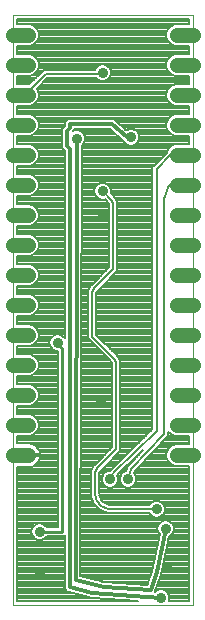
<source format=gbl>
G75*
%MOIN*%
%OFA0B0*%
%FSLAX24Y24*%
%IPPOS*%
%LPD*%
%AMOC8*
5,1,8,0,0,1.08239X$1,22.5*
%
%ADD10C,0.0000*%
%ADD11C,0.0515*%
%ADD12C,0.0356*%
%ADD13C,0.0080*%
%ADD14C,0.0120*%
%ADD15C,0.0100*%
D10*
X000505Y005297D02*
X000505Y024982D01*
X006525Y024982D01*
X006525Y005297D01*
X000505Y005297D01*
D11*
X000505Y010297D02*
X001020Y010297D01*
X001020Y011297D02*
X000505Y011297D01*
X000505Y012297D02*
X001020Y012297D01*
X001020Y013297D02*
X000505Y013297D01*
X000505Y014297D02*
X001020Y014297D01*
X001020Y015297D02*
X000505Y015297D01*
X000505Y016297D02*
X001020Y016297D01*
X001020Y017297D02*
X000505Y017297D01*
X000505Y018297D02*
X001020Y018297D01*
X001020Y019297D02*
X000505Y019297D01*
X000505Y020297D02*
X001020Y020297D01*
X001020Y021297D02*
X000505Y021297D01*
X000505Y022297D02*
X001020Y022297D01*
X001020Y023297D02*
X000505Y023297D01*
X000505Y024297D02*
X001020Y024297D01*
X005990Y024297D02*
X006505Y024297D01*
X006505Y023297D02*
X005990Y023297D01*
X005990Y022297D02*
X006505Y022297D01*
X006505Y021297D02*
X005990Y021297D01*
X005990Y020297D02*
X006505Y020297D01*
X006505Y019297D02*
X005990Y019297D01*
X005990Y018297D02*
X006505Y018297D01*
X006505Y017297D02*
X005990Y017297D01*
X005990Y016297D02*
X006505Y016297D01*
X006505Y015297D02*
X005990Y015297D01*
X005990Y014297D02*
X006505Y014297D01*
X006505Y013297D02*
X005990Y013297D01*
X005990Y012297D02*
X006505Y012297D01*
X006505Y011297D02*
X005990Y011297D01*
X005990Y010297D02*
X006505Y010297D01*
D12*
X005605Y007847D03*
X005305Y008497D03*
X005655Y006547D03*
X005455Y005547D03*
X004355Y009497D03*
X003755Y009497D03*
X003455Y012047D03*
X002005Y014047D03*
X003505Y018297D03*
X003505Y019097D03*
X002655Y020847D03*
X003505Y023047D03*
X004455Y020897D03*
X001405Y007747D03*
X001405Y006397D03*
D13*
X001355Y006397D01*
X001350Y007469D02*
X001247Y007511D01*
X001169Y007590D01*
X001127Y007692D01*
X001127Y007802D01*
X001169Y007905D01*
X001247Y007983D01*
X001350Y008025D01*
X001460Y008025D01*
X001563Y007983D01*
X001641Y007905D01*
X001644Y007897D01*
X002005Y007897D01*
X002005Y013769D01*
X001950Y013769D01*
X001847Y013811D01*
X001769Y013890D01*
X001727Y013992D01*
X001727Y014102D01*
X001769Y014205D01*
X001847Y014283D01*
X001950Y014325D01*
X002060Y014325D01*
X002163Y014283D01*
X002241Y014205D01*
X002245Y014194D01*
X002245Y020431D01*
X002239Y020437D01*
X002145Y020531D01*
X002145Y021163D01*
X002245Y021263D01*
X002245Y021413D01*
X002339Y021507D01*
X003801Y021507D01*
X003863Y021510D01*
X003866Y021507D01*
X003871Y021507D01*
X003915Y021463D01*
X004290Y021126D01*
X004297Y021133D01*
X004400Y021175D01*
X004510Y021175D01*
X004613Y021133D01*
X004691Y021055D01*
X004733Y020952D01*
X004733Y020842D01*
X004691Y020740D01*
X004613Y020661D01*
X004510Y020619D01*
X004400Y020619D01*
X004297Y020661D01*
X004219Y020740D01*
X004207Y020769D01*
X004195Y020781D01*
X003744Y021187D01*
X002565Y021187D01*
X002565Y021131D01*
X002531Y021097D01*
X002600Y021125D01*
X002710Y021125D01*
X002813Y021083D01*
X002891Y021005D01*
X002933Y020902D01*
X002933Y020792D01*
X002891Y020690D01*
X002814Y020613D01*
X002765Y006270D01*
X003581Y006056D01*
X004992Y005965D01*
X005150Y006439D01*
X005402Y007657D01*
X005369Y007690D01*
X005327Y007792D01*
X005327Y007902D01*
X005369Y008005D01*
X005447Y008083D01*
X005550Y008125D01*
X005660Y008125D01*
X005763Y008083D01*
X005841Y008005D01*
X005883Y007902D01*
X005883Y007792D01*
X005841Y007690D01*
X005763Y007611D01*
X005716Y007592D01*
X005473Y006419D01*
X005478Y006409D01*
X005460Y006355D01*
X005448Y006300D01*
X005439Y006294D01*
X005263Y005766D01*
X005262Y005747D01*
X005297Y005783D01*
X005400Y005825D01*
X005510Y005825D01*
X005613Y005783D01*
X005691Y005705D01*
X005733Y005602D01*
X005733Y005492D01*
X005710Y005437D01*
X006385Y005437D01*
X006385Y009940D01*
X005919Y009940D01*
X005788Y009994D01*
X005687Y010095D01*
X005633Y010226D01*
X005633Y010368D01*
X005687Y010500D01*
X005788Y010600D01*
X005919Y010655D01*
X006385Y010655D01*
X006385Y010940D01*
X005919Y010940D01*
X005788Y010994D01*
X005695Y011087D01*
X005695Y010999D01*
X005696Y010942D01*
X005695Y010941D01*
X005695Y010939D01*
X005655Y010899D01*
X004580Y009775D01*
X004556Y009690D01*
X004591Y009655D01*
X004633Y009552D01*
X004633Y009442D01*
X004591Y009340D01*
X004513Y009261D01*
X004410Y009219D01*
X004300Y009219D01*
X004197Y009261D01*
X004119Y009340D01*
X004077Y009442D01*
X004077Y009552D01*
X004119Y009655D01*
X004197Y009733D01*
X004287Y009770D01*
X004315Y009865D01*
X004314Y009902D01*
X004330Y009919D01*
X004336Y009941D01*
X004368Y009959D01*
X004857Y010470D01*
X003997Y009640D01*
X004033Y009552D01*
X004033Y009442D01*
X003991Y009340D01*
X003913Y009261D01*
X003810Y009219D01*
X003700Y009219D01*
X003597Y009261D01*
X003519Y009340D01*
X003477Y009442D01*
X003477Y009552D01*
X003519Y009655D01*
X003597Y009733D01*
X003700Y009775D01*
X003734Y009775D01*
X003741Y009781D01*
X003756Y009812D01*
X003781Y009820D01*
X005165Y011156D01*
X005165Y019905D01*
X005247Y019987D01*
X005636Y020376D01*
X005687Y020500D01*
X005788Y020600D01*
X005919Y020655D01*
X006385Y020655D01*
X006385Y020940D01*
X005919Y020940D01*
X005788Y020994D01*
X005687Y021095D01*
X005633Y021226D01*
X005633Y021368D01*
X005687Y021500D01*
X005788Y021600D01*
X005919Y021655D01*
X006385Y021655D01*
X006385Y021940D01*
X005919Y021940D01*
X005788Y021994D01*
X005687Y022095D01*
X005633Y022226D01*
X005633Y022368D01*
X005687Y022500D01*
X005788Y022600D01*
X005919Y022655D01*
X006385Y022655D01*
X006385Y022940D01*
X005919Y022940D01*
X005788Y022994D01*
X005687Y023095D01*
X005633Y023226D01*
X005633Y023368D01*
X005687Y023500D01*
X005788Y023600D01*
X005919Y023655D01*
X006385Y023655D01*
X006385Y023940D01*
X005919Y023940D01*
X005788Y023994D01*
X005687Y024095D01*
X005633Y024226D01*
X005633Y024368D01*
X005687Y024500D01*
X005788Y024600D01*
X005919Y024655D01*
X006385Y024655D01*
X006385Y024842D01*
X000645Y024842D01*
X000645Y024655D01*
X001091Y024655D01*
X001222Y024600D01*
X001323Y024500D01*
X001377Y024368D01*
X001377Y024226D01*
X001323Y024095D01*
X001222Y023994D01*
X001091Y023940D01*
X000645Y023940D01*
X000645Y023655D01*
X001091Y023655D01*
X001222Y023600D01*
X001323Y023500D01*
X001377Y023368D01*
X001377Y023226D01*
X001323Y023095D01*
X001222Y022994D01*
X001091Y022940D01*
X000645Y022940D01*
X000645Y022655D01*
X001064Y022655D01*
X001547Y023137D01*
X003241Y023137D01*
X003269Y023205D01*
X003347Y023283D01*
X003450Y023325D01*
X003560Y023325D01*
X003663Y023283D01*
X003741Y023205D01*
X003783Y023102D01*
X003783Y022992D01*
X003741Y022890D01*
X003663Y022811D01*
X003560Y022769D01*
X003450Y022769D01*
X003347Y022811D01*
X003302Y022857D01*
X001663Y022857D01*
X001314Y022508D01*
X001323Y022500D01*
X001377Y022368D01*
X001377Y022226D01*
X001323Y022095D01*
X001222Y021994D01*
X001091Y021940D01*
X000645Y021940D01*
X000645Y021655D01*
X001091Y021655D01*
X001222Y021600D01*
X001323Y021500D01*
X001377Y021368D01*
X001377Y021226D01*
X001323Y021095D01*
X001222Y020994D01*
X001091Y020940D01*
X000645Y020940D01*
X000645Y020655D01*
X001091Y020655D01*
X001222Y020600D01*
X001323Y020500D01*
X001377Y020368D01*
X001377Y020226D01*
X001323Y020095D01*
X001222Y019994D01*
X001091Y019940D01*
X000645Y019940D01*
X000645Y019655D01*
X001091Y019655D01*
X001222Y019600D01*
X001323Y019500D01*
X001377Y019368D01*
X001377Y019226D01*
X001323Y019095D01*
X001222Y018994D01*
X001091Y018940D01*
X000645Y018940D01*
X000645Y018655D01*
X001091Y018655D01*
X001222Y018600D01*
X001323Y018500D01*
X001377Y018368D01*
X001377Y018226D01*
X001323Y018095D01*
X001222Y017994D01*
X001091Y017940D01*
X000645Y017940D01*
X000645Y017655D01*
X001091Y017655D01*
X001222Y017600D01*
X001323Y017500D01*
X001377Y017368D01*
X001377Y017226D01*
X001323Y017095D01*
X001222Y016994D01*
X001091Y016940D01*
X000645Y016940D01*
X000645Y016655D01*
X001091Y016655D01*
X001222Y016600D01*
X001323Y016500D01*
X001377Y016368D01*
X001377Y016226D01*
X001323Y016095D01*
X001222Y015994D01*
X001091Y015940D01*
X000645Y015940D01*
X000645Y015655D01*
X001091Y015655D01*
X001222Y015600D01*
X001323Y015500D01*
X001377Y015368D01*
X001377Y015226D01*
X001323Y015095D01*
X001222Y014994D01*
X001091Y014940D01*
X000645Y014940D01*
X000645Y014655D01*
X001091Y014655D01*
X001222Y014600D01*
X001323Y014500D01*
X001377Y014368D01*
X001377Y014226D01*
X001323Y014095D01*
X001222Y013994D01*
X001091Y013940D01*
X000645Y013940D01*
X000645Y013655D01*
X001091Y013655D01*
X001222Y013600D01*
X001323Y013500D01*
X001377Y013368D01*
X001377Y013226D01*
X001323Y013095D01*
X001222Y012994D01*
X001091Y012940D01*
X000645Y012940D01*
X000645Y012655D01*
X001091Y012655D01*
X001222Y012600D01*
X001323Y012500D01*
X001377Y012368D01*
X001377Y012226D01*
X001323Y012095D01*
X001222Y011994D01*
X001091Y011940D01*
X000645Y011940D01*
X000645Y011655D01*
X001091Y011655D01*
X001222Y011600D01*
X001323Y011500D01*
X001377Y011368D01*
X001377Y011226D01*
X001323Y011095D01*
X001222Y010994D01*
X001091Y010940D01*
X000645Y010940D01*
X000645Y010695D01*
X001059Y010695D01*
X001136Y010679D01*
X001208Y010649D01*
X001273Y010606D01*
X001329Y010550D01*
X001372Y010485D01*
X001402Y010413D01*
X001417Y010336D01*
X001417Y010336D01*
X000645Y010336D01*
X000645Y010258D01*
X001417Y010258D01*
X001417Y010258D01*
X001402Y010181D01*
X001372Y010109D01*
X001329Y010044D01*
X001273Y009988D01*
X001208Y009945D01*
X001136Y009915D01*
X001059Y009900D01*
X000645Y009900D01*
X000645Y005437D01*
X004683Y005437D01*
X003193Y005534D01*
X003178Y005525D01*
X003129Y005538D01*
X003078Y005542D01*
X003067Y005555D01*
X002384Y005737D01*
X002339Y005737D01*
X002322Y005754D01*
X002300Y005760D01*
X002277Y005799D01*
X002245Y005831D01*
X002245Y005854D01*
X002233Y005874D01*
X002245Y005918D01*
X002245Y007625D01*
X002217Y007597D01*
X001644Y007597D01*
X001641Y007590D01*
X001563Y007511D01*
X001460Y007469D01*
X001350Y007469D01*
X001287Y007495D02*
X000645Y007495D01*
X000645Y007417D02*
X002245Y007417D01*
X002245Y007495D02*
X001523Y007495D01*
X001625Y007574D02*
X002245Y007574D01*
X002245Y007338D02*
X000645Y007338D01*
X000645Y007260D02*
X002245Y007260D01*
X002245Y007181D02*
X000645Y007181D01*
X000645Y007103D02*
X002245Y007103D01*
X002245Y007024D02*
X000645Y007024D01*
X000645Y006946D02*
X002245Y006946D01*
X002245Y006867D02*
X000645Y006867D01*
X000645Y006789D02*
X002245Y006789D01*
X002245Y006710D02*
X000645Y006710D01*
X000645Y006632D02*
X002245Y006632D01*
X002245Y006553D02*
X000645Y006553D01*
X000645Y006475D02*
X002245Y006475D01*
X002245Y006396D02*
X000645Y006396D01*
X000645Y006318D02*
X002245Y006318D01*
X002245Y006239D02*
X000645Y006239D01*
X000645Y006161D02*
X002245Y006161D01*
X002245Y006082D02*
X000645Y006082D01*
X000645Y006004D02*
X002245Y006004D01*
X002245Y005925D02*
X000645Y005925D01*
X000645Y005847D02*
X002245Y005847D01*
X002295Y005768D02*
X000645Y005768D01*
X000645Y005690D02*
X002562Y005690D01*
X002766Y006318D02*
X005110Y006318D01*
X005136Y006396D02*
X002766Y006396D01*
X002766Y006475D02*
X005158Y006475D01*
X005174Y006553D02*
X002766Y006553D01*
X002767Y006632D02*
X005190Y006632D01*
X005206Y006710D02*
X002767Y006710D01*
X002767Y006789D02*
X005223Y006789D01*
X005239Y006867D02*
X002767Y006867D01*
X002768Y006946D02*
X005255Y006946D01*
X005271Y007024D02*
X002768Y007024D01*
X002768Y007103D02*
X005288Y007103D01*
X005304Y007181D02*
X002769Y007181D01*
X002769Y007260D02*
X005320Y007260D01*
X005336Y007338D02*
X002769Y007338D01*
X002769Y007417D02*
X005353Y007417D01*
X005369Y007495D02*
X002770Y007495D01*
X002770Y007574D02*
X005385Y007574D01*
X005401Y007652D02*
X002770Y007652D01*
X002770Y007731D02*
X005352Y007731D01*
X005327Y007809D02*
X002771Y007809D01*
X002771Y007888D02*
X005327Y007888D01*
X005353Y007966D02*
X002771Y007966D01*
X002771Y008045D02*
X005409Y008045D01*
X005360Y008219D02*
X005463Y008261D01*
X005541Y008340D01*
X005583Y008442D01*
X005583Y008552D01*
X005541Y008655D01*
X005463Y008733D01*
X005360Y008775D01*
X005250Y008775D01*
X005147Y008733D01*
X005069Y008655D01*
X005062Y008637D01*
X003805Y008637D01*
X003725Y008645D01*
X003577Y008706D01*
X003464Y008819D01*
X003403Y008967D01*
X003395Y009047D01*
X003395Y009693D01*
X003558Y009693D01*
X003328Y009870D02*
X003310Y009849D01*
X003293Y009826D01*
X003280Y009801D01*
X003269Y009776D01*
X003261Y009749D01*
X003257Y009721D01*
X003255Y009693D01*
X003255Y009047D01*
X003115Y008910D02*
X003220Y008656D01*
X003414Y008462D01*
X003414Y008462D01*
X003668Y008357D01*
X005062Y008357D01*
X005069Y008340D01*
X005147Y008261D01*
X005250Y008219D01*
X005360Y008219D01*
X005305Y008497D02*
X003805Y008497D01*
X003664Y008359D02*
X002773Y008359D01*
X002773Y008437D02*
X003475Y008437D01*
X003532Y008751D02*
X005192Y008751D01*
X005087Y008673D02*
X003658Y008673D01*
X003805Y008497D02*
X003760Y008499D01*
X003714Y008505D01*
X003670Y008514D01*
X003626Y008527D01*
X003584Y008543D01*
X003543Y008563D01*
X003504Y008587D01*
X003467Y008613D01*
X003432Y008642D01*
X003400Y008674D01*
X003371Y008709D01*
X003345Y008746D01*
X003321Y008785D01*
X003301Y008826D01*
X003285Y008868D01*
X003272Y008912D01*
X003263Y008956D01*
X003257Y009002D01*
X003255Y009047D01*
X003181Y008751D02*
X002774Y008751D01*
X002774Y008673D02*
X003213Y008673D01*
X003220Y008656D02*
X003220Y008656D01*
X003282Y008594D02*
X002773Y008594D01*
X002773Y008516D02*
X003361Y008516D01*
X003460Y008830D02*
X006385Y008830D01*
X006385Y008908D02*
X003427Y008908D01*
X003401Y008987D02*
X006385Y008987D01*
X006385Y009065D02*
X003395Y009065D01*
X003395Y009144D02*
X006385Y009144D01*
X006385Y009222D02*
X004418Y009222D01*
X004552Y009301D02*
X006385Y009301D01*
X006385Y009379D02*
X004607Y009379D01*
X004633Y009458D02*
X006385Y009458D01*
X006385Y009536D02*
X004633Y009536D01*
X004607Y009615D02*
X006385Y009615D01*
X006385Y009693D02*
X004557Y009693D01*
X004579Y009772D02*
X006385Y009772D01*
X006385Y009850D02*
X004652Y009850D01*
X004727Y009929D02*
X006385Y009929D01*
X006385Y010714D02*
X005478Y010714D01*
X005553Y010792D02*
X006385Y010792D01*
X006385Y010871D02*
X005628Y010871D01*
X005696Y010949D02*
X005896Y010949D01*
X005754Y011028D02*
X005695Y011028D01*
X005555Y010997D02*
X004455Y009847D01*
X004355Y009497D01*
X004292Y009222D02*
X003818Y009222D01*
X003755Y009497D02*
X003855Y009697D01*
X005305Y011097D01*
X005305Y019847D01*
X005755Y020297D01*
X006505Y020297D01*
X006385Y020683D02*
X004634Y020683D01*
X004700Y020762D02*
X006385Y020762D01*
X006385Y020840D02*
X004732Y020840D01*
X004733Y020919D02*
X006385Y020919D01*
X006385Y021704D02*
X000645Y021704D01*
X000645Y021782D02*
X006385Y021782D01*
X006385Y021861D02*
X000645Y021861D01*
X000645Y021939D02*
X006385Y021939D01*
X006385Y022724D02*
X001530Y022724D01*
X001452Y022646D02*
X005897Y022646D01*
X005871Y022960D02*
X003770Y022960D01*
X003783Y023038D02*
X005743Y023038D01*
X005678Y023117D02*
X003777Y023117D01*
X003745Y023195D02*
X005645Y023195D01*
X005633Y023274D02*
X003672Y023274D01*
X003732Y022881D02*
X006385Y022881D01*
X006385Y022803D02*
X003642Y022803D01*
X003368Y022803D02*
X001609Y022803D01*
X001605Y022997D02*
X000978Y022370D01*
X000801Y022297D02*
X000505Y022297D01*
X000645Y022724D02*
X001134Y022724D01*
X001213Y022803D02*
X000645Y022803D01*
X000645Y022881D02*
X001291Y022881D01*
X001370Y022960D02*
X001139Y022960D01*
X001267Y023038D02*
X001448Y023038D01*
X001527Y023117D02*
X001332Y023117D01*
X001365Y023195D02*
X003265Y023195D01*
X003338Y023274D02*
X001377Y023274D01*
X001377Y023352D02*
X005633Y023352D01*
X005658Y023431D02*
X001352Y023431D01*
X001313Y023509D02*
X005697Y023509D01*
X005775Y023588D02*
X001235Y023588D01*
X001189Y023980D02*
X005821Y023980D01*
X005723Y024059D02*
X001287Y024059D01*
X001341Y024137D02*
X005669Y024137D01*
X005637Y024216D02*
X001373Y024216D01*
X001377Y024294D02*
X005633Y024294D01*
X005634Y024373D02*
X001376Y024373D01*
X001343Y024451D02*
X005667Y024451D01*
X005717Y024530D02*
X001293Y024530D01*
X001203Y024608D02*
X005807Y024608D01*
X005755Y022567D02*
X001373Y022567D01*
X001328Y022489D02*
X005682Y022489D01*
X005650Y022410D02*
X001360Y022410D01*
X001377Y022332D02*
X005633Y022332D01*
X005633Y022253D02*
X001377Y022253D01*
X001356Y022175D02*
X005654Y022175D01*
X005686Y022096D02*
X001324Y022096D01*
X001246Y022018D02*
X005764Y022018D01*
X005848Y021625D02*
X001162Y021625D01*
X001276Y021547D02*
X005734Y021547D01*
X005674Y021468D02*
X003910Y021468D01*
X003867Y021076D02*
X002820Y021076D01*
X002894Y020997D02*
X003955Y020997D01*
X004042Y020919D02*
X002926Y020919D01*
X002933Y020840D02*
X004129Y020840D01*
X004171Y021233D02*
X005633Y021233D01*
X005633Y021311D02*
X004084Y021311D01*
X003997Y021390D02*
X005641Y021390D01*
X005662Y021154D02*
X004561Y021154D01*
X004670Y021076D02*
X005706Y021076D01*
X005784Y020997D02*
X004715Y020997D01*
X004349Y021154D02*
X004259Y021154D01*
X004210Y020762D02*
X002921Y020762D01*
X002884Y020683D02*
X004276Y020683D01*
X003780Y021154D02*
X002565Y021154D01*
X002245Y021311D02*
X001377Y021311D01*
X001377Y021233D02*
X002214Y021233D01*
X002145Y021154D02*
X001348Y021154D01*
X001304Y021076D02*
X002145Y021076D01*
X002145Y020997D02*
X001226Y020997D01*
X001212Y020605D02*
X002145Y020605D01*
X002145Y020683D02*
X000645Y020683D01*
X000645Y020762D02*
X002145Y020762D01*
X002145Y020840D02*
X000645Y020840D01*
X000645Y020919D02*
X002145Y020919D01*
X002150Y020526D02*
X001296Y020526D01*
X001345Y020448D02*
X002228Y020448D01*
X002245Y020369D02*
X001377Y020369D01*
X001377Y020291D02*
X002245Y020291D01*
X002245Y020212D02*
X001372Y020212D01*
X001339Y020134D02*
X002245Y020134D01*
X002245Y020055D02*
X001284Y020055D01*
X001238Y019584D02*
X002245Y019584D01*
X002245Y019506D02*
X001317Y019506D01*
X001353Y019427D02*
X002245Y019427D01*
X002245Y019349D02*
X001377Y019349D01*
X001377Y019270D02*
X002245Y019270D01*
X002245Y019192D02*
X001363Y019192D01*
X001331Y019113D02*
X002245Y019113D01*
X002245Y019035D02*
X001263Y019035D01*
X001259Y018564D02*
X002245Y018564D01*
X002245Y018642D02*
X001121Y018642D01*
X001131Y018956D02*
X002245Y018956D01*
X002245Y018878D02*
X000645Y018878D01*
X000645Y018799D02*
X002245Y018799D01*
X002245Y018721D02*
X000645Y018721D01*
X000645Y017936D02*
X002245Y017936D01*
X002245Y018014D02*
X001243Y018014D01*
X001321Y018093D02*
X002245Y018093D01*
X002245Y018171D02*
X001355Y018171D01*
X001377Y018250D02*
X002245Y018250D01*
X002245Y018328D02*
X001377Y018328D01*
X001362Y018407D02*
X002245Y018407D01*
X002245Y018485D02*
X001329Y018485D01*
X001171Y017622D02*
X002245Y017622D01*
X002245Y017700D02*
X000645Y017700D01*
X000645Y017779D02*
X002245Y017779D01*
X002245Y017857D02*
X000645Y017857D01*
X000645Y016915D02*
X002245Y016915D01*
X002245Y016837D02*
X000645Y016837D01*
X000645Y016758D02*
X002245Y016758D01*
X002245Y016680D02*
X000645Y016680D01*
X000645Y015895D02*
X002245Y015895D01*
X002245Y015973D02*
X001172Y015973D01*
X001242Y015581D02*
X002245Y015581D01*
X002245Y015659D02*
X000645Y015659D01*
X000645Y015738D02*
X002245Y015738D01*
X002245Y015816D02*
X000645Y015816D01*
X000645Y014874D02*
X002245Y014874D01*
X002245Y014796D02*
X000645Y014796D01*
X000645Y014717D02*
X002245Y014717D01*
X002245Y014639D02*
X001130Y014639D01*
X001122Y014953D02*
X002245Y014953D01*
X002245Y015031D02*
X001260Y015031D01*
X001329Y015110D02*
X002245Y015110D01*
X002245Y015188D02*
X001362Y015188D01*
X001377Y015267D02*
X002245Y015267D01*
X002245Y015345D02*
X001377Y015345D01*
X001354Y015424D02*
X002245Y015424D01*
X002245Y015502D02*
X001320Y015502D01*
X001280Y016052D02*
X002245Y016052D01*
X002245Y016130D02*
X001338Y016130D01*
X001370Y016209D02*
X002245Y016209D01*
X002245Y016287D02*
X001377Y016287D01*
X001377Y016366D02*
X002245Y016366D01*
X002245Y016444D02*
X001346Y016444D01*
X001300Y016523D02*
X002245Y016523D01*
X002245Y016601D02*
X001220Y016601D01*
X001221Y016994D02*
X002245Y016994D01*
X002245Y017072D02*
X001301Y017072D01*
X001346Y017151D02*
X002245Y017151D01*
X002245Y017229D02*
X001377Y017229D01*
X001377Y017308D02*
X002245Y017308D01*
X002245Y017386D02*
X001370Y017386D01*
X001337Y017465D02*
X002245Y017465D01*
X002245Y017543D02*
X001279Y017543D01*
X000645Y019663D02*
X002245Y019663D01*
X002245Y019741D02*
X000645Y019741D01*
X000645Y019820D02*
X002245Y019820D01*
X002245Y019898D02*
X000645Y019898D01*
X001180Y019977D02*
X002245Y019977D01*
X002245Y021390D02*
X001369Y021390D01*
X001336Y021468D02*
X002300Y021468D01*
X002814Y020605D02*
X005798Y020605D01*
X005714Y020526D02*
X002814Y020526D01*
X002814Y020448D02*
X005665Y020448D01*
X005629Y020369D02*
X002813Y020369D01*
X002813Y020291D02*
X005551Y020291D01*
X005472Y020212D02*
X002813Y020212D01*
X002813Y020134D02*
X005394Y020134D01*
X005315Y020055D02*
X002812Y020055D01*
X002812Y019977D02*
X005237Y019977D01*
X005165Y019898D02*
X002812Y019898D01*
X002812Y019820D02*
X005165Y019820D01*
X005165Y019741D02*
X002811Y019741D01*
X002811Y019663D02*
X005165Y019663D01*
X005165Y019584D02*
X002811Y019584D01*
X002810Y019506D02*
X005165Y019506D01*
X005165Y019427D02*
X002810Y019427D01*
X002810Y019349D02*
X003386Y019349D01*
X003347Y019333D02*
X003269Y019255D01*
X003227Y019152D01*
X003227Y019042D01*
X003269Y018940D01*
X003347Y018861D01*
X003450Y018819D01*
X003560Y018819D01*
X003578Y018826D01*
X003642Y018762D01*
X003645Y018759D01*
X003683Y018721D01*
X003696Y018705D01*
X003713Y018665D01*
X003715Y018643D01*
X003715Y016555D01*
X003170Y016010D01*
X003170Y016010D01*
X003088Y015928D01*
X003074Y015914D01*
X003015Y015771D01*
X003015Y014189D01*
X003742Y013462D01*
X003744Y013460D01*
X003783Y013421D01*
X003796Y013405D01*
X003813Y013365D01*
X003815Y013343D01*
X003815Y010555D01*
X003270Y010010D01*
X003270Y010010D01*
X003270Y010010D01*
X003188Y009928D01*
X003174Y009914D01*
X003115Y009771D01*
X003115Y008910D01*
X003116Y008908D02*
X002774Y008908D01*
X002774Y008830D02*
X003148Y008830D01*
X003115Y008987D02*
X002775Y008987D01*
X002775Y009065D02*
X003115Y009065D01*
X003115Y009144D02*
X002775Y009144D01*
X002775Y009222D02*
X003115Y009222D01*
X003115Y009301D02*
X002776Y009301D01*
X002776Y009379D02*
X003115Y009379D01*
X003115Y009458D02*
X002776Y009458D01*
X002777Y009536D02*
X003115Y009536D01*
X003115Y009615D02*
X002777Y009615D01*
X002777Y009693D02*
X003115Y009693D01*
X003115Y009772D02*
X002777Y009772D01*
X002778Y009850D02*
X003148Y009850D01*
X003174Y009914D02*
X003174Y009914D01*
X003174Y009914D01*
X003188Y009928D02*
X003188Y009928D01*
X003189Y009929D02*
X002778Y009929D01*
X002778Y010007D02*
X003267Y010007D01*
X003346Y010086D02*
X002778Y010086D01*
X002779Y010164D02*
X003424Y010164D01*
X003503Y010243D02*
X002779Y010243D01*
X002779Y010321D02*
X003581Y010321D01*
X003660Y010400D02*
X002779Y010400D01*
X002780Y010478D02*
X003738Y010478D01*
X003815Y010557D02*
X002780Y010557D01*
X002780Y010635D02*
X003815Y010635D01*
X003815Y010714D02*
X002781Y010714D01*
X002781Y010792D02*
X003815Y010792D01*
X003815Y010871D02*
X002781Y010871D01*
X002781Y010949D02*
X003815Y010949D01*
X003815Y011028D02*
X002782Y011028D01*
X002782Y011106D02*
X003815Y011106D01*
X003815Y011185D02*
X002782Y011185D01*
X002782Y011263D02*
X003815Y011263D01*
X003815Y011342D02*
X002783Y011342D01*
X002783Y011420D02*
X003815Y011420D01*
X003815Y011499D02*
X002783Y011499D01*
X002783Y011577D02*
X003815Y011577D01*
X003815Y011656D02*
X002784Y011656D01*
X002784Y011734D02*
X003815Y011734D01*
X003815Y011813D02*
X002784Y011813D01*
X002785Y011891D02*
X003815Y011891D01*
X003815Y011970D02*
X002785Y011970D01*
X002785Y012048D02*
X003815Y012048D01*
X003815Y012127D02*
X002785Y012127D01*
X002786Y012205D02*
X003815Y012205D01*
X003815Y012284D02*
X002786Y012284D01*
X002786Y012362D02*
X003815Y012362D01*
X003815Y012441D02*
X002786Y012441D01*
X002787Y012519D02*
X003815Y012519D01*
X003815Y012598D02*
X002787Y012598D01*
X002787Y012676D02*
X003815Y012676D01*
X003815Y012755D02*
X002787Y012755D01*
X002788Y012833D02*
X003815Y012833D01*
X003815Y012912D02*
X002788Y012912D01*
X002788Y012990D02*
X003815Y012990D01*
X003815Y013069D02*
X002789Y013069D01*
X002789Y013147D02*
X003815Y013147D01*
X003815Y013226D02*
X002789Y013226D01*
X002789Y013304D02*
X003815Y013304D01*
X003806Y013383D02*
X002790Y013383D01*
X002790Y013461D02*
X003743Y013461D01*
X003664Y013540D02*
X002790Y013540D01*
X002790Y013618D02*
X003586Y013618D01*
X003507Y013697D02*
X002791Y013697D01*
X002791Y013775D02*
X003429Y013775D01*
X003350Y013854D02*
X002791Y013854D01*
X002791Y013932D02*
X003272Y013932D01*
X003193Y014011D02*
X002792Y014011D01*
X002792Y014089D02*
X003115Y014089D01*
X003036Y014168D02*
X002792Y014168D01*
X002793Y014246D02*
X003015Y014246D01*
X003015Y014325D02*
X002793Y014325D01*
X002793Y014403D02*
X003015Y014403D01*
X003015Y014482D02*
X002793Y014482D01*
X002794Y014560D02*
X003015Y014560D01*
X003015Y014639D02*
X002794Y014639D01*
X002794Y014717D02*
X003015Y014717D01*
X003015Y014796D02*
X002794Y014796D01*
X002795Y014874D02*
X003015Y014874D01*
X003015Y014953D02*
X002795Y014953D01*
X002795Y015031D02*
X003015Y015031D01*
X003015Y015110D02*
X002795Y015110D01*
X002796Y015188D02*
X003015Y015188D01*
X003015Y015267D02*
X002796Y015267D01*
X002796Y015345D02*
X003015Y015345D01*
X003015Y015424D02*
X002797Y015424D01*
X002797Y015502D02*
X003015Y015502D01*
X003015Y015581D02*
X002797Y015581D01*
X002797Y015659D02*
X003015Y015659D01*
X003015Y015738D02*
X002798Y015738D01*
X002798Y015816D02*
X003034Y015816D01*
X003066Y015895D02*
X002798Y015895D01*
X002798Y015973D02*
X003133Y015973D01*
X003088Y015928D02*
X003088Y015928D01*
X003074Y015914D02*
X003074Y015914D01*
X003212Y016052D02*
X002799Y016052D01*
X002799Y016130D02*
X003290Y016130D01*
X003228Y015870D02*
X003855Y016497D01*
X003855Y018643D01*
X003782Y018820D02*
X003505Y019097D01*
X003624Y019349D02*
X005165Y019349D01*
X005165Y019270D02*
X003725Y019270D01*
X003741Y019255D02*
X003663Y019333D01*
X003560Y019375D01*
X003450Y019375D01*
X003347Y019333D01*
X003285Y019270D02*
X002810Y019270D01*
X002809Y019192D02*
X003243Y019192D01*
X003227Y019113D02*
X002809Y019113D01*
X002809Y019035D02*
X003230Y019035D01*
X003262Y018956D02*
X002809Y018956D01*
X002808Y018878D02*
X003331Y018878D01*
X003605Y018799D02*
X002808Y018799D01*
X002808Y018721D02*
X003683Y018721D01*
X003715Y018642D02*
X002807Y018642D01*
X002807Y018564D02*
X003715Y018564D01*
X003715Y018485D02*
X002807Y018485D01*
X002807Y018407D02*
X003715Y018407D01*
X003715Y018328D02*
X002806Y018328D01*
X002806Y018250D02*
X003715Y018250D01*
X003715Y018171D02*
X002806Y018171D01*
X002806Y018093D02*
X003715Y018093D01*
X003715Y018014D02*
X002805Y018014D01*
X002805Y017936D02*
X003715Y017936D01*
X003715Y017857D02*
X002805Y017857D01*
X002805Y017779D02*
X003715Y017779D01*
X003715Y017700D02*
X002804Y017700D01*
X002804Y017622D02*
X003715Y017622D01*
X003715Y017543D02*
X002804Y017543D01*
X002803Y017465D02*
X003715Y017465D01*
X003715Y017386D02*
X002803Y017386D01*
X002803Y017308D02*
X003715Y017308D01*
X003715Y017229D02*
X002803Y017229D01*
X002802Y017151D02*
X003715Y017151D01*
X003715Y017072D02*
X002802Y017072D01*
X002802Y016994D02*
X003715Y016994D01*
X003715Y016915D02*
X002802Y016915D01*
X002801Y016837D02*
X003715Y016837D01*
X003715Y016758D02*
X002801Y016758D01*
X002801Y016680D02*
X003715Y016680D01*
X003715Y016601D02*
X002801Y016601D01*
X002800Y016523D02*
X003683Y016523D01*
X003604Y016444D02*
X002800Y016444D01*
X002800Y016366D02*
X003526Y016366D01*
X003447Y016287D02*
X002799Y016287D01*
X002799Y016209D02*
X003369Y016209D01*
X003451Y015895D02*
X005165Y015895D01*
X005165Y015973D02*
X003529Y015973D01*
X003608Y016052D02*
X005165Y016052D01*
X005165Y016130D02*
X003686Y016130D01*
X003765Y016209D02*
X005165Y016209D01*
X005165Y016287D02*
X003843Y016287D01*
X003922Y016366D02*
X005165Y016366D01*
X005165Y016444D02*
X003995Y016444D01*
X003995Y016439D02*
X003995Y018721D01*
X003936Y018864D01*
X003936Y018864D01*
X003922Y018878D01*
X003922Y018878D01*
X003843Y018957D01*
X003840Y018960D01*
X003776Y019024D01*
X003783Y019042D01*
X003783Y019152D01*
X003741Y019255D01*
X003767Y019192D02*
X005165Y019192D01*
X005165Y019113D02*
X003783Y019113D01*
X003780Y019035D02*
X005165Y019035D01*
X005165Y018956D02*
X003844Y018956D01*
X003922Y018878D02*
X005165Y018878D01*
X005165Y018799D02*
X003963Y018799D01*
X003995Y018721D02*
X005165Y018721D01*
X005165Y018642D02*
X003995Y018642D01*
X003995Y018564D02*
X005165Y018564D01*
X005165Y018485D02*
X003995Y018485D01*
X003995Y018407D02*
X005165Y018407D01*
X005165Y018328D02*
X003995Y018328D01*
X003995Y018250D02*
X005165Y018250D01*
X005165Y018171D02*
X003995Y018171D01*
X003995Y018093D02*
X005165Y018093D01*
X005165Y018014D02*
X003995Y018014D01*
X003995Y017936D02*
X005165Y017936D01*
X005165Y017857D02*
X003995Y017857D01*
X003995Y017779D02*
X005165Y017779D01*
X005165Y017700D02*
X003995Y017700D01*
X003995Y017622D02*
X005165Y017622D01*
X005165Y017543D02*
X003995Y017543D01*
X003995Y017465D02*
X005165Y017465D01*
X005165Y017386D02*
X003995Y017386D01*
X003995Y017308D02*
X005165Y017308D01*
X005165Y017229D02*
X003995Y017229D01*
X003995Y017151D02*
X005165Y017151D01*
X005165Y017072D02*
X003995Y017072D01*
X003995Y016994D02*
X005165Y016994D01*
X005165Y016915D02*
X003995Y016915D01*
X003995Y016837D02*
X005165Y016837D01*
X005165Y016758D02*
X003995Y016758D01*
X003995Y016680D02*
X005165Y016680D01*
X005165Y016601D02*
X003995Y016601D01*
X003995Y016523D02*
X005165Y016523D01*
X005165Y015816D02*
X003372Y015816D01*
X003368Y015812D02*
X003995Y016439D01*
X003368Y015812D02*
X003368Y015812D01*
X003327Y015771D01*
X003314Y015755D01*
X003297Y015715D01*
X003295Y015693D01*
X003295Y014305D01*
X003940Y013660D01*
X003942Y013658D01*
X004022Y013578D01*
X004022Y013578D01*
X004036Y013564D01*
X004036Y013564D01*
X004095Y013421D01*
X004095Y013286D01*
X004095Y010439D01*
X003468Y009812D01*
X003468Y009812D01*
X003468Y009812D01*
X003427Y009771D01*
X003414Y009755D01*
X003397Y009715D01*
X003395Y009693D01*
X003395Y009615D02*
X003503Y009615D01*
X003477Y009536D02*
X003395Y009536D01*
X003395Y009458D02*
X003477Y009458D01*
X003503Y009379D02*
X003395Y009379D01*
X003395Y009301D02*
X003558Y009301D01*
X003692Y009222D02*
X003395Y009222D01*
X003428Y009772D02*
X003691Y009772D01*
X003585Y009929D02*
X003893Y009929D01*
X003975Y010007D02*
X003663Y010007D01*
X003742Y010086D02*
X004056Y010086D01*
X003977Y010321D02*
X004300Y010321D01*
X004381Y010400D02*
X004056Y010400D01*
X004095Y010478D02*
X004462Y010478D01*
X004544Y010557D02*
X004095Y010557D01*
X004095Y010635D02*
X004625Y010635D01*
X004622Y010243D02*
X004640Y010243D01*
X004703Y010321D02*
X004715Y010321D01*
X004784Y010400D02*
X004790Y010400D01*
X004877Y010086D02*
X005696Y010086D01*
X005658Y010164D02*
X004952Y010164D01*
X005027Y010243D02*
X005633Y010243D01*
X005633Y010321D02*
X005102Y010321D01*
X005177Y010400D02*
X005646Y010400D01*
X005678Y010478D02*
X005252Y010478D01*
X005327Y010557D02*
X005744Y010557D01*
X005872Y010635D02*
X005402Y010635D01*
X005555Y010997D02*
X005555Y018847D01*
X005705Y019297D01*
X006505Y019297D01*
X006385Y023666D02*
X000645Y023666D01*
X000645Y023745D02*
X006385Y023745D01*
X006385Y023823D02*
X000645Y023823D01*
X000645Y023902D02*
X006385Y023902D01*
X006385Y024687D02*
X000645Y024687D01*
X000645Y024765D02*
X006385Y024765D01*
X005165Y015738D02*
X003306Y015738D01*
X003295Y015659D02*
X005165Y015659D01*
X005165Y015581D02*
X003295Y015581D01*
X003295Y015502D02*
X005165Y015502D01*
X005165Y015424D02*
X003295Y015424D01*
X003295Y015345D02*
X005165Y015345D01*
X005165Y015267D02*
X003295Y015267D01*
X003295Y015188D02*
X005165Y015188D01*
X005165Y015110D02*
X003295Y015110D01*
X003295Y015031D02*
X005165Y015031D01*
X005165Y014953D02*
X003295Y014953D01*
X003295Y014874D02*
X005165Y014874D01*
X005165Y014796D02*
X003295Y014796D01*
X003295Y014717D02*
X005165Y014717D01*
X005165Y014639D02*
X003295Y014639D01*
X003295Y014560D02*
X005165Y014560D01*
X005165Y014482D02*
X003295Y014482D01*
X003295Y014403D02*
X005165Y014403D01*
X005165Y014325D02*
X003295Y014325D01*
X003354Y014246D02*
X005165Y014246D01*
X005165Y014168D02*
X003432Y014168D01*
X003511Y014089D02*
X005165Y014089D01*
X005165Y014011D02*
X003589Y014011D01*
X003668Y013932D02*
X005165Y013932D01*
X005165Y013854D02*
X003746Y013854D01*
X003825Y013775D02*
X005165Y013775D01*
X005165Y013697D02*
X003903Y013697D01*
X003982Y013618D02*
X005165Y013618D01*
X005165Y013540D02*
X004046Y013540D01*
X004078Y013461D02*
X005165Y013461D01*
X005165Y013383D02*
X004095Y013383D01*
X004095Y013304D02*
X005165Y013304D01*
X005165Y013226D02*
X004095Y013226D01*
X004095Y013147D02*
X005165Y013147D01*
X005165Y013069D02*
X004095Y013069D01*
X004095Y012990D02*
X005165Y012990D01*
X005165Y012912D02*
X004095Y012912D01*
X004095Y012833D02*
X005165Y012833D01*
X005165Y012755D02*
X004095Y012755D01*
X004095Y012676D02*
X005165Y012676D01*
X005165Y012598D02*
X004095Y012598D01*
X004095Y012519D02*
X005165Y012519D01*
X005165Y012441D02*
X004095Y012441D01*
X004095Y012362D02*
X005165Y012362D01*
X005165Y012284D02*
X004095Y012284D01*
X004095Y012205D02*
X005165Y012205D01*
X005165Y012127D02*
X004095Y012127D01*
X004095Y012048D02*
X005165Y012048D01*
X005165Y011970D02*
X004095Y011970D01*
X004095Y011891D02*
X005165Y011891D01*
X005165Y011813D02*
X004095Y011813D01*
X004095Y011734D02*
X005165Y011734D01*
X005165Y011656D02*
X004095Y011656D01*
X004095Y011577D02*
X005165Y011577D01*
X005165Y011499D02*
X004095Y011499D01*
X004095Y011420D02*
X005165Y011420D01*
X005165Y011342D02*
X004095Y011342D01*
X004095Y011263D02*
X005165Y011263D01*
X005165Y011185D02*
X004095Y011185D01*
X004095Y011106D02*
X005113Y011106D01*
X005031Y011028D02*
X004095Y011028D01*
X004095Y010949D02*
X004950Y010949D01*
X004869Y010871D02*
X004095Y010871D01*
X004095Y010792D02*
X004788Y010792D01*
X004706Y010714D02*
X004095Y010714D01*
X003955Y010497D02*
X003328Y009870D01*
X003506Y009850D02*
X003812Y009850D01*
X003820Y010164D02*
X004137Y010164D01*
X004218Y010243D02*
X003899Y010243D01*
X003955Y010497D02*
X003955Y013343D01*
X003882Y013520D02*
X003155Y014247D01*
X003155Y015693D01*
X003157Y015721D01*
X003161Y015749D01*
X003169Y015776D01*
X003180Y015801D01*
X003193Y015826D01*
X003210Y015849D01*
X003228Y015870D01*
X003882Y013520D02*
X003900Y013499D01*
X003917Y013476D01*
X003930Y013451D01*
X003941Y013426D01*
X003949Y013399D01*
X003953Y013371D01*
X003955Y013343D01*
X004540Y010164D02*
X004565Y010164D01*
X004489Y010086D02*
X004459Y010086D01*
X004414Y010007D02*
X004378Y010007D01*
X004333Y009929D02*
X004296Y009929D01*
X004310Y009850D02*
X004215Y009850D01*
X004288Y009772D02*
X004134Y009772D01*
X004158Y009693D02*
X004052Y009693D01*
X004007Y009615D02*
X004103Y009615D01*
X004077Y009536D02*
X004033Y009536D01*
X004033Y009458D02*
X004077Y009458D01*
X004103Y009379D02*
X004007Y009379D01*
X003952Y009301D02*
X004158Y009301D01*
X004802Y010007D02*
X005774Y010007D01*
X005418Y008751D02*
X006385Y008751D01*
X006385Y008673D02*
X005523Y008673D01*
X005566Y008594D02*
X006385Y008594D01*
X006385Y008516D02*
X005583Y008516D01*
X005581Y008437D02*
X006385Y008437D01*
X006385Y008359D02*
X005549Y008359D01*
X005481Y008280D02*
X006385Y008280D01*
X006385Y008202D02*
X002772Y008202D01*
X002772Y008280D02*
X005129Y008280D01*
X005545Y008123D02*
X002772Y008123D01*
X002884Y006239D02*
X005084Y006239D01*
X005058Y006161D02*
X003182Y006161D01*
X003190Y005533D02*
X003219Y005533D01*
X003151Y005533D02*
X000645Y005533D01*
X000645Y005611D02*
X002857Y005611D01*
X003481Y006082D02*
X005031Y006082D01*
X005005Y006004D02*
X004389Y006004D01*
X004422Y005454D02*
X000645Y005454D01*
X000645Y007574D02*
X001185Y007574D01*
X001143Y007652D02*
X000645Y007652D01*
X000645Y007731D02*
X001127Y007731D01*
X001130Y007809D02*
X000645Y007809D01*
X000645Y007888D02*
X001162Y007888D01*
X001231Y007966D02*
X000645Y007966D01*
X000645Y008045D02*
X002005Y008045D01*
X002005Y008123D02*
X000645Y008123D01*
X000645Y008202D02*
X002005Y008202D01*
X002005Y008280D02*
X000645Y008280D01*
X000645Y008359D02*
X002005Y008359D01*
X002005Y008437D02*
X000645Y008437D01*
X000645Y008516D02*
X002005Y008516D01*
X002005Y008594D02*
X000645Y008594D01*
X000645Y008673D02*
X002005Y008673D01*
X002005Y008751D02*
X000645Y008751D01*
X000645Y008830D02*
X002005Y008830D01*
X002005Y008908D02*
X000645Y008908D01*
X000645Y008987D02*
X002005Y008987D01*
X002005Y009065D02*
X000645Y009065D01*
X000645Y009144D02*
X002005Y009144D01*
X002005Y009222D02*
X000645Y009222D01*
X000645Y009301D02*
X002005Y009301D01*
X002005Y009379D02*
X000645Y009379D01*
X000645Y009458D02*
X002005Y009458D01*
X002005Y009536D02*
X000645Y009536D01*
X000645Y009615D02*
X002005Y009615D01*
X002005Y009693D02*
X000645Y009693D01*
X000645Y009772D02*
X002005Y009772D01*
X002005Y009850D02*
X000645Y009850D01*
X000645Y010321D02*
X002005Y010321D01*
X002005Y010243D02*
X001414Y010243D01*
X001395Y010164D02*
X002005Y010164D01*
X002005Y010086D02*
X001357Y010086D01*
X001292Y010007D02*
X002005Y010007D01*
X002005Y009929D02*
X001169Y009929D01*
X001323Y010557D02*
X002005Y010557D01*
X002005Y010635D02*
X001230Y010635D01*
X001375Y010478D02*
X002005Y010478D01*
X002005Y010400D02*
X001405Y010400D01*
X001256Y011028D02*
X002005Y011028D01*
X002005Y011106D02*
X001328Y011106D01*
X001360Y011185D02*
X002005Y011185D01*
X002005Y011263D02*
X001377Y011263D01*
X001377Y011342D02*
X002005Y011342D01*
X002005Y011420D02*
X001356Y011420D01*
X001323Y011499D02*
X002005Y011499D01*
X002005Y011577D02*
X001245Y011577D01*
X001163Y011970D02*
X002005Y011970D01*
X002005Y012048D02*
X001277Y012048D01*
X001336Y012127D02*
X002005Y012127D01*
X002005Y012205D02*
X001369Y012205D01*
X001377Y012284D02*
X002005Y012284D01*
X002005Y012362D02*
X001377Y012362D01*
X001347Y012441D02*
X002005Y012441D01*
X002005Y012519D02*
X001303Y012519D01*
X001225Y012598D02*
X002005Y012598D01*
X002005Y012676D02*
X000645Y012676D01*
X000645Y012755D02*
X002005Y012755D01*
X002005Y012833D02*
X000645Y012833D01*
X000645Y012912D02*
X002005Y012912D01*
X002005Y012990D02*
X001213Y012990D01*
X001297Y013069D02*
X002005Y013069D01*
X002005Y013147D02*
X001345Y013147D01*
X001377Y013226D02*
X002005Y013226D01*
X002005Y013304D02*
X001377Y013304D01*
X001371Y013383D02*
X002005Y013383D01*
X002005Y013461D02*
X001339Y013461D01*
X001283Y013540D02*
X002005Y013540D01*
X002005Y013618D02*
X001179Y013618D01*
X001239Y014011D02*
X001727Y014011D01*
X001727Y014089D02*
X001318Y014089D01*
X001353Y014168D02*
X001754Y014168D01*
X001811Y014246D02*
X001377Y014246D01*
X001377Y014325D02*
X001948Y014325D01*
X002062Y014325D02*
X002245Y014325D01*
X002245Y014403D02*
X001363Y014403D01*
X001330Y014482D02*
X002245Y014482D01*
X002245Y014560D02*
X001262Y014560D01*
X001752Y013932D02*
X000645Y013932D01*
X000645Y013854D02*
X001805Y013854D01*
X001935Y013775D02*
X000645Y013775D01*
X000645Y013697D02*
X002005Y013697D01*
X002199Y014246D02*
X002245Y014246D01*
X002005Y011891D02*
X000645Y011891D01*
X000645Y011813D02*
X002005Y011813D01*
X002005Y011734D02*
X000645Y011734D01*
X000645Y011656D02*
X002005Y011656D01*
X002005Y010949D02*
X001114Y010949D01*
X000645Y010871D02*
X002005Y010871D01*
X002005Y010792D02*
X000645Y010792D01*
X000645Y010714D02*
X002005Y010714D01*
X002005Y007966D02*
X001579Y007966D01*
X003855Y018643D02*
X003853Y018671D01*
X003849Y018699D01*
X003841Y018726D01*
X003830Y018751D01*
X003817Y018776D01*
X003800Y018799D01*
X003782Y018820D01*
X003384Y022997D02*
X001605Y022997D01*
X000978Y022370D02*
X000957Y022352D01*
X000934Y022335D01*
X000909Y022322D01*
X000884Y022311D01*
X000857Y022303D01*
X000829Y022299D01*
X000801Y022297D01*
X003384Y022997D02*
X003406Y022998D01*
X003428Y023003D01*
X003449Y023010D01*
X003469Y023020D01*
X003488Y023032D01*
X003505Y023047D01*
X005665Y008123D02*
X006385Y008123D01*
X006385Y008045D02*
X005801Y008045D01*
X005857Y007966D02*
X006385Y007966D01*
X006385Y007888D02*
X005883Y007888D01*
X005883Y007809D02*
X006385Y007809D01*
X006385Y007731D02*
X005858Y007731D01*
X005803Y007652D02*
X006385Y007652D01*
X006385Y007574D02*
X005712Y007574D01*
X005696Y007495D02*
X006385Y007495D01*
X006385Y007417D02*
X005679Y007417D01*
X005663Y007338D02*
X006385Y007338D01*
X006385Y007260D02*
X005647Y007260D01*
X005631Y007181D02*
X006385Y007181D01*
X006385Y007103D02*
X005614Y007103D01*
X005598Y007024D02*
X006385Y007024D01*
X006385Y006946D02*
X005582Y006946D01*
X005566Y006867D02*
X006385Y006867D01*
X006385Y006789D02*
X005549Y006789D01*
X005533Y006710D02*
X006385Y006710D01*
X006385Y006632D02*
X005517Y006632D01*
X005501Y006553D02*
X006385Y006553D01*
X006385Y006475D02*
X005484Y006475D01*
X005473Y006396D02*
X006385Y006396D01*
X006385Y006318D02*
X005452Y006318D01*
X005421Y006239D02*
X006385Y006239D01*
X006385Y006161D02*
X005395Y006161D01*
X005369Y006082D02*
X006385Y006082D01*
X006385Y006004D02*
X005342Y006004D01*
X005316Y005925D02*
X006385Y005925D01*
X006385Y005847D02*
X005290Y005847D01*
X005283Y005768D02*
X005264Y005768D01*
X005627Y005768D02*
X006385Y005768D01*
X006385Y005690D02*
X005697Y005690D01*
X005730Y005611D02*
X006385Y005611D01*
X006385Y005533D02*
X005733Y005533D01*
X005718Y005454D02*
X006385Y005454D01*
D14*
X005655Y006547D02*
X005605Y006547D01*
X005305Y006397D02*
X005105Y005797D01*
X003555Y005897D01*
X002605Y006147D01*
X002655Y020847D01*
X002405Y020497D02*
X002305Y020597D01*
X002305Y021097D01*
X002405Y021197D01*
X002405Y021347D01*
X003805Y021347D01*
X004305Y020897D01*
X004455Y020897D01*
X002405Y020497D02*
X002405Y005897D01*
X003155Y005697D01*
X005455Y005547D01*
X005305Y006397D02*
X005605Y007847D01*
X003455Y012047D02*
X003455Y012097D01*
D15*
X002155Y013847D02*
X002155Y007747D01*
X001405Y007747D01*
X002155Y013847D02*
X002005Y013997D01*
X002005Y014047D01*
M02*

</source>
